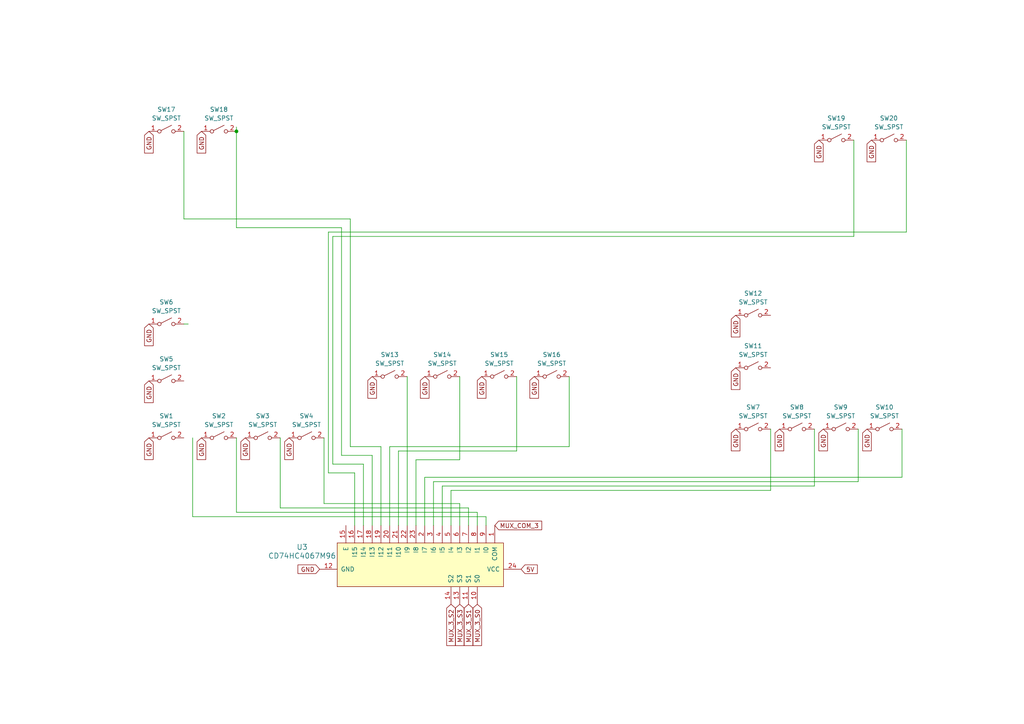
<source format=kicad_sch>
(kicad_sch (version 20250114) (generator "eeschema") (generator_version "9.0")
  (paper "A4")
  (title_block (title "MiniMixer") (rev "1") (company "Alex Goldberg"))
  (lib_symbols
    (symbol "Switch:SW_SPST" (pin_names (offset 0) (hide yes))
      (property "Reference" "SW" (at 0 3.175 0))
      (property "Value" "SW_SPST" (at 0 -2.54 0))
      (symbol "SW_SPST_0_0"
        (circle (center -2.032 0) (radius 0.508))
        (polyline (pts (xy -1.524 0.254) (xy 1.524 1.778)))
        (circle (center 2.032 0) (radius 0.508))
      )
      (symbol "SW_SPST_1_1"
        (pin passive line (at -5.08 0 0) (length 2.54) (name "A") (number "1"))
        (pin passive line (at 5.08 0 180) (length 2.54) (name "B") (number "2"))
      )
    )
    (symbol "dk_Interface-Analog-Switches-Multiplexers-Demultiplexers:CD74HC4067M96" (pin_names (offset 1.016))
      (property "Reference" "U" (at -2.54 24.13 0))
      (property "Value" "CD74HC4067M96" (at 17.78 -33.02 0))
      (symbol "CD74HC4067M96_0_1"
        (rectangle (start -5.08 22.86) (end 7.62 -25.4) (fill (type background)))
      )
      (symbol "CD74HC4067M96_1_1"
        (pin bidirectional line (at -10.16 20.32 0) (length 5.08) (name "COM") (number "1"))
        (pin input line (at -10.16 17.78 0) (length 5.08) (name "I0") (number "9"))
        (pin input line (at -10.16 15.24 0) (length 5.08) (name "I1") (number "8"))
        (pin input line (at -10.16 12.7 0) (length 5.08) (name "I2") (number "7"))
        (pin input line (at -10.16 10.16 0) (length 5.08) (name "I3") (number "6"))
        (pin input line (at -10.16 7.62 0) (length 5.08) (name "I4") (number "5"))
        (pin input line (at -10.16 5.08 0) (length 5.08) (name "I5") (number "4"))
        (pin input line (at -10.16 2.54 0) (length 5.08) (name "I6") (number "3"))
        (pin input line (at -10.16 0 0) (length 5.08) (name "I7") (number "2"))
        (pin input line (at -10.16 -2.54 0) (length 5.08) (name "I8") (number "23"))
        (pin input line (at -10.16 -5.08 0) (length 5.08) (name "I9") (number "22"))
        (pin input line (at -10.16 -7.62 0) (length 5.08) (name "I10") (number "21"))
        (pin input line (at -10.16 -10.16 0) (length 5.08) (name "I11") (number "20"))
        (pin input line (at -10.16 -12.7 0) (length 5.08) (name "I12") (number "19"))
        (pin input line (at -10.16 -15.24 0) (length 5.08) (name "I13") (number "18"))
        (pin input line (at -10.16 -17.78 0) (length 5.08) (name "I14") (number "17"))
        (pin input line (at -10.16 -20.32 0) (length 5.08) (name "I15") (number "16"))
        (pin input line (at -10.16 -22.86 0) (length 5.08) (name "E") (number "15"))
        (pin power_in line (at 2.54 27.94 270) (length 5.08) (name "VCC") (number "24"))
        (pin power_in line (at 2.54 -30.48 90) (length 5.08) (name "GND") (number "12"))
        (pin input line (at 12.7 15.24 180) (length 5.08) (name "S0") (number "10"))
        (pin input line (at 12.7 12.7 180) (length 5.08) (name "S1") (number "11"))
        (pin input line (at 12.7 10.16 180) (length 5.08) (name "S3") (number "13"))
        (pin input line (at 12.7 7.62 180) (length 5.08) (name "S2") (number "14"))
      )
    )
  )
  (junction (at 68.58 38.1))
  (wire (pts (xy 55.88 127) (xy 55.88 149.86)))
  (wire (pts (xy 135.89 147.32) (xy 135.89 152.4)))
  (wire (pts (xy 53.34 93.98) (xy 54.61 93.98)))
  (wire (pts (xy 68.58 127) (xy 68.58 148.59)))
  (wire (pts (xy 248.92 124.46) (xy 248.92 139.7)))
  (wire (pts (xy 261.62 124.46) (xy 261.62 138.43)))
  (wire (pts (xy 130.81 142.24) (xy 130.81 152.4)))
  (wire (pts (xy 123.19 138.43) (xy 123.19 152.4)))
  (wire (pts (xy 55.88 149.86) (xy 140.97 149.86)))
  (wire (pts (xy 262.89 67.31) (xy 95.25 67.31)))
  (wire (pts (xy 101.6 129.54) (xy 110.49 129.54)))
  (wire (pts (xy 123.19 138.43) (xy 261.62 138.43)))
  (wire (pts (xy 81.28 127) (xy 81.28 147.32)))
  (wire (pts (xy 223.52 124.46) (xy 223.52 142.24)))
  (wire (pts (xy 130.81 142.24) (xy 223.52 142.24)))
  (wire (pts (xy 118.11 109.22) (xy 118.11 152.4)))
  (wire (pts (xy 262.89 40.64) (xy 262.89 67.31)))
  (wire (pts (xy 68.58 36.83) (xy 68.58 38.1)))
  (wire (pts (xy 93.98 146.05) (xy 133.35 146.05)))
  (wire (pts (xy 125.73 139.7) (xy 248.92 139.7)))
  (wire (pts (xy 93.98 127) (xy 93.98 146.05)))
  (wire (pts (xy 149.86 130.81) (xy 115.57 130.81)))
  (wire (pts (xy 95.25 67.31) (xy 95.25 137.16)))
  (wire (pts (xy 96.52 134.62) (xy 105.41 134.62)))
  (wire (pts (xy 165.1 129.54) (xy 113.03 129.54)))
  (wire (pts (xy 95.25 137.16) (xy 102.87 137.16)))
  (wire (pts (xy 236.22 124.46) (xy 236.22 140.97)))
  (wire (pts (xy 96.52 68.58) (xy 96.52 134.62)))
  (wire (pts (xy 113.03 129.54) (xy 113.03 152.4)))
  (wire (pts (xy 140.97 149.86) (xy 140.97 152.4)))
  (wire (pts (xy 115.57 130.81) (xy 115.57 152.4)))
  (wire (pts (xy 99.06 66.04) (xy 99.06 132.08)))
  (wire (pts (xy 110.49 129.54) (xy 110.49 152.4)))
  (wire (pts (xy 128.27 140.97) (xy 236.22 140.97)))
  (wire (pts (xy 133.35 146.05) (xy 133.35 152.4)))
  (wire (pts (xy 133.35 133.35) (xy 133.35 109.22)))
  (wire (pts (xy 149.86 109.22) (xy 149.86 130.81)))
  (wire (pts (xy 165.1 109.22) (xy 165.1 129.54)))
  (wire (pts (xy 247.65 40.64) (xy 247.65 68.58)))
  (wire (pts (xy 81.28 147.32) (xy 135.89 147.32)))
  (wire (pts (xy 128.27 140.97) (xy 128.27 152.4)))
  (wire (pts (xy 138.43 148.59) (xy 138.43 152.4)))
  (wire (pts (xy 120.65 133.35) (xy 120.65 152.4)))
  (wire (pts (xy 53.34 38.1) (xy 53.34 63.5)))
  (wire (pts (xy 107.95 132.08) (xy 107.95 152.4)))
  (wire (pts (xy 68.58 148.59) (xy 138.43 148.59)))
  (wire (pts (xy 101.6 129.54) (xy 101.6 63.5)))
  (wire (pts (xy 105.41 134.62) (xy 105.41 152.4)))
  (wire (pts (xy 99.06 132.08) (xy 107.95 132.08)))
  (wire (pts (xy 101.6 63.5) (xy 53.34 63.5)))
  (wire (pts (xy 68.58 66.04) (xy 99.06 66.04)))
  (wire (pts (xy 120.65 133.35) (xy 133.35 133.35)))
  (wire (pts (xy 247.65 68.58) (xy 96.52 68.58)))
  (wire (pts (xy 125.73 139.7) (xy 125.73 152.4)))
  (wire (pts (xy 102.87 137.16) (xy 102.87 152.4)))
  (wire (pts (xy 68.58 38.1) (xy 68.58 66.04)))
  (global_label "GND" (shape input) (at 252.73 40.64 270) (property "Intersheetrefs" "${INTERSHEET_REFS}" (effects (hide yes))))
  (global_label "5V" (shape input) (at 151.13 165.1 0) (property "Intersheetrefs" "${INTERSHEET_REFS}" (effects (hide yes))))
  (global_label "GND" (shape input) (at 43.18 93.98 270) (property "Intersheetrefs" "${INTERSHEET_REFS}" (effects (hide yes))))
  (global_label "GND" (shape input) (at 107.95 109.22 270) (property "Intersheetrefs" "${INTERSHEET_REFS}" (effects (hide yes))))
  (global_label "GND" (shape input) (at 226.06 124.46 270) (property "Intersheetrefs" "${INTERSHEET_REFS}" (effects (hide yes))))
  (global_label "GND" (shape input) (at 83.82 127 270) (property "Intersheetrefs" "${INTERSHEET_REFS}" (effects (hide yes))))
  (global_label "GND" (shape input) (at 213.36 91.44 270) (property "Intersheetrefs" "${INTERSHEET_REFS}" (effects (hide yes))))
  (global_label "GND" (shape input) (at 251.46 124.46 270) (property "Intersheetrefs" "${INTERSHEET_REFS}" (effects (hide yes))))
  (global_label "GND" (shape input) (at 58.42 38.1 270) (property "Intersheetrefs" "${INTERSHEET_REFS}" (effects (hide yes))))
  (global_label "GND" (shape input) (at 58.42 127 270) (property "Intersheetrefs" "${INTERSHEET_REFS}" (effects (hide yes))))
  (global_label "GND" (shape input) (at 43.18 110.49 270) (property "Intersheetrefs" "${INTERSHEET_REFS}" (effects (hide yes))))
  (global_label "MUX_3_S3" (shape input) (at 133.35 175.26 270) (property "Intersheetrefs" "${INTERSHEET_REFS}" (effects (hide yes))))
  (global_label "GND" (shape input) (at 213.36 124.46 270) (property "Intersheetrefs" "${INTERSHEET_REFS}" (effects (hide yes))))
  (global_label "MUX_3_S2" (shape input) (at 130.81 175.26 270) (property "Intersheetrefs" "${INTERSHEET_REFS}" (effects (hide yes))))
  (global_label "MUX_COM_3" (shape input) (at 143.51 152.4 0) (property "Intersheetrefs" "${INTERSHEET_REFS}" (effects (hide yes))))
  (global_label "MUX_3_S0" (shape input) (at 138.43 175.26 270) (property "Intersheetrefs" "${INTERSHEET_REFS}" (effects (hide yes))))
  (global_label "MUX_3_S1" (shape input) (at 135.89 175.26 270) (property "Intersheetrefs" "${INTERSHEET_REFS}" (effects (hide yes))))
  (global_label "GND" (shape input) (at 139.7 109.22 270) (property "Intersheetrefs" "${INTERSHEET_REFS}" (effects (hide yes))))
  (global_label "GND" (shape input) (at 154.94 109.22 270) (property "Intersheetrefs" "${INTERSHEET_REFS}" (effects (hide yes))))
  (global_label "GND" (shape input) (at 238.76 124.46 270) (property "Intersheetrefs" "${INTERSHEET_REFS}" (effects (hide yes))))
  (global_label "GND" (shape input) (at 43.18 127 270) (property "Intersheetrefs" "${INTERSHEET_REFS}" (effects (hide yes))))
  (global_label "GND" (shape input) (at 43.18 38.1 270) (property "Intersheetrefs" "${INTERSHEET_REFS}" (effects (hide yes))))
  (global_label "GND" (shape input) (at 71.12 127 270) (property "Intersheetrefs" "${INTERSHEET_REFS}" (effects (hide yes))))
  (global_label "GND" (shape input) (at 213.36 106.68 270) (property "Intersheetrefs" "${INTERSHEET_REFS}" (effects (hide yes))))
  (global_label "GND" (shape input) (at 237.49 40.64 270) (property "Intersheetrefs" "${INTERSHEET_REFS}" (effects (hide yes))))
  (global_label "GND" (shape input) (at 92.71 165.1 180) (property "Intersheetrefs" "${INTERSHEET_REFS}" (effects (hide yes))))
  (global_label "GND" (shape input) (at 123.19 109.22 270) (property "Intersheetrefs" "${INTERSHEET_REFS}" (effects (hide yes))))
  (symbol (lib_id "Switch:SW_SPST") (at 88.9 127 0) (unit 1)
    (property "Reference" "SW4" (at 88.9 120.65 0))
    (property "Value" "SW_SPST" (at 88.9 123.19 0))
    (property "Description" "Single Pole Single Throw (SPST) switch" (effects (hide yes)))
  )
  (symbol (lib_id "Switch:SW_SPST") (at 160.02 109.22 0) (unit 1)
    (property "Reference" "SW16" (at 160.02 102.87 0))
    (property "Value" "SW_SPST" (at 160.02 105.41 0))
    (property "Description" "Single Pole Single Throw (SPST) switch" (effects (hide yes)))
  )
  (symbol (lib_id "Switch:SW_SPST") (at 63.5 38.1 0) (unit 1)
    (property "Reference" "SW18" (at 63.5 31.75 0))
    (property "Value" "SW_SPST" (at 63.5 34.29 0))
    (property "Description" "Single Pole Single Throw (SPST) switch" (effects (hide yes)))
  )
  (symbol (lib_id "Switch:SW_SPST") (at 113.03 109.22 0) (unit 1)
    (property "Reference" "SW13" (at 113.03 102.87 0))
    (property "Value" "SW_SPST" (at 113.03 105.41 0))
    (property "Description" "Single Pole Single Throw (SPST) switch" (effects (hide yes)))
  )
  (symbol (lib_id "Switch:SW_SPST") (at 128.27 109.22 0) (unit 1)
    (property "Reference" "SW14" (at 128.27 102.87 0))
    (property "Value" "SW_SPST" (at 128.27 105.41 0))
    (property "Description" "Single Pole Single Throw (SPST) switch" (effects (hide yes)))
  )
  (symbol (lib_id "Switch:SW_SPST") (at 48.26 93.98 0) (unit 1)
    (property "Reference" "SW6" (at 48.26 87.63 0))
    (property "Value" "SW_SPST" (at 48.26 90.17 0))
    (property "Description" "Single Pole Single Throw (SPST) switch" (effects (hide yes)))
  )
  (symbol (lib_id "Switch:SW_SPST") (at 144.78 109.22 0) (unit 1)
    (property "Reference" "SW15" (at 144.78 102.87 0))
    (property "Value" "SW_SPST" (at 144.78 105.41 0))
    (property "Description" "Single Pole Single Throw (SPST) switch" (effects (hide yes)))
  )
  (symbol (lib_id "Switch:SW_SPST") (at 257.81 40.64 0) (unit 1)
    (property "Reference" "SW20" (at 257.81 34.29 0))
    (property "Value" "SW_SPST" (at 257.81 36.83 0))
    (property "Description" "Single Pole Single Throw (SPST) switch" (effects (hide yes)))
  )
  (symbol (lib_id "Switch:SW_SPST") (at 256.54 124.46 0) (unit 1)
    (property "Reference" "SW10" (at 256.54 118.11 0))
    (property "Value" "SW_SPST" (at 256.54 120.65 0))
    (property "Description" "Single Pole Single Throw (SPST) switch" (effects (hide yes)))
  )
  (symbol (lib_id "Switch:SW_SPST") (at 231.14 124.46 0) (unit 1)
    (property "Reference" "SW8" (at 231.14 118.11 0))
    (property "Value" "SW_SPST" (at 231.14 120.65 0))
    (property "Description" "Single Pole Single Throw (SPST) switch" (effects (hide yes)))
  )
  (symbol (lib_id "Switch:SW_SPST") (at 243.84 124.46 0) (unit 1)
    (property "Reference" "SW9" (at 243.84 118.11 0))
    (property "Value" "SW_SPST" (at 243.84 120.65 0))
    (property "Description" "Single Pole Single Throw (SPST) switch" (effects (hide yes)))
  )
  (symbol (lib_id "Switch:SW_SPST") (at 218.44 124.46 0) (unit 1)
    (property "Reference" "SW7" (at 218.44 118.11 0))
    (property "Value" "SW_SPST" (at 218.44 120.65 0))
    (property "Description" "Single Pole Single Throw (SPST) switch" (effects (hide yes)))
  )
  (symbol (lib_id "Switch:SW_SPST") (at 242.57 40.64 0) (unit 1)
    (property "Reference" "SW19" (at 242.57 34.29 0))
    (property "Value" "SW_SPST" (at 242.57 36.83 0))
    (property "Description" "Single Pole Single Throw (SPST) switch" (effects (hide yes)))
  )
  (symbol (lib_id "Switch:SW_SPST") (at 48.26 38.1 0) (unit 1)
    (property "Reference" "SW17" (at 48.26 31.75 0))
    (property "Value" "SW_SPST" (at 48.26 34.29 0))
    (property "Description" "Single Pole Single Throw (SPST) switch" (effects (hide yes)))
  )
  (symbol (lib_id "Switch:SW_SPST") (at 218.44 91.44 0) (unit 1)
    (property "Reference" "SW12" (at 218.44 85.09 0))
    (property "Value" "SW_SPST" (at 218.44 87.63 0))
    (property "Description" "Single Pole Single Throw (SPST) switch" (effects (hide yes)))
  )
  (symbol (lib_id "Switch:SW_SPST") (at 48.26 127 0) (unit 1)
    (property "Reference" "SW1" (at 48.26 120.65 0))
    (property "Value" "SW_SPST" (at 48.26 123.19 0))
    (property "Description" "Single Pole Single Throw (SPST) switch" (effects (hide yes)))
  )
  (symbol (lib_id "Switch:SW_SPST") (at 218.44 106.68 0) (unit 1)
    (property "Reference" "SW11" (at 218.44 100.33 0))
    (property "Value" "SW_SPST" (at 218.44 102.87 0))
    (property "Description" "Single Pole Single Throw (SPST) switch" (effects (hide yes)))
  )
  (symbol (lib_id "dk_Interface-Analog-Switches-Multiplexers-Demultiplexers:CD74HC4067M96") (at 123.19 162.56 270) (unit 1)
    (property "Reference" "U3" (at 87.63 158.6798 90) (effects (font (size 1.524 1.524))))
    (property "Value" "CD74HC4067M96" (at 87.63 161.2198 90) (effects (font (size 1.524 1.524))))
    (property "Footprint" "digikey-footprints:SOIC-24_W7.50mm" (effects (hide yes)))
    (property "Datasheet" "http://www.ti.com/general/docs/suppproductinfo.tsp?distId=10&gotoUrl=http%3A%2F%2Fwww.ti.com%2Flit%2Fgpn%2Fcd74hc4067" (effects (hide yes)))
    (property "Description" "IC MUX/DEMUX 1X16 24SOIC" (effects (hide yes)))
    (property "Digi-Key_PN" "296-29408-1-ND" (effects (hide yes)))
    (property "MPN" "CD74HC4067M96" (effects (hide yes)))
    (property "Category" "Integrated Circuits (ICs)" (effects (hide yes)))
    (property "Family" "Interface - Analog Switches, Multiplexers, Demultiplexers" (effects (hide yes)))
    (property "DK_Datasheet_Link" "http://www.ti.com/general/docs/suppproductinfo.tsp?distId=10&gotoUrl=http%3A%2F%2Fwww.ti.com%2Flit%2Fgpn%2Fcd74hc4067" (effects (hide yes)))
    (property "DK_Detail_Page" "/product-detail/en/texas-instruments/CD74HC4067M96/296-29408-1-ND/2741760" (effects (hide yes)))
    (property "Description_1" "IC MUX/DEMUX 1X16 24SOIC" (effects (hide yes)))
    (property "Manufacturer" "Texas Instruments" (effects (hide yes)))
    (property "Status" "Active" (effects (hide yes)))
  )
  (symbol (lib_id "Switch:SW_SPST") (at 48.26 110.49 0) (unit 1)
    (property "Reference" "SW5" (at 48.26 104.14 0))
    (property "Value" "SW_SPST" (at 48.26 106.68 0))
    (property "Description" "Single Pole Single Throw (SPST) switch" (effects (hide yes)))
  )
  (symbol (lib_id "Switch:SW_SPST") (at 76.2 127 0) (unit 1)
    (property "Reference" "SW3" (at 76.2 120.65 0))
    (property "Value" "SW_SPST" (at 76.2 123.19 0))
    (property "Description" "Single Pole Single Throw (SPST) switch" (effects (hide yes)))
  )
  (symbol (lib_id "Switch:SW_SPST") (at 63.5 127 0) (unit 1)
    (property "Reference" "SW2" (at 63.5 120.65 0))
    (property "Value" "SW_SPST" (at 63.5 123.19 0))
    (property "Description" "Single Pole Single Throw (SPST) switch" (effects (hide yes)))
  )
)
</source>
